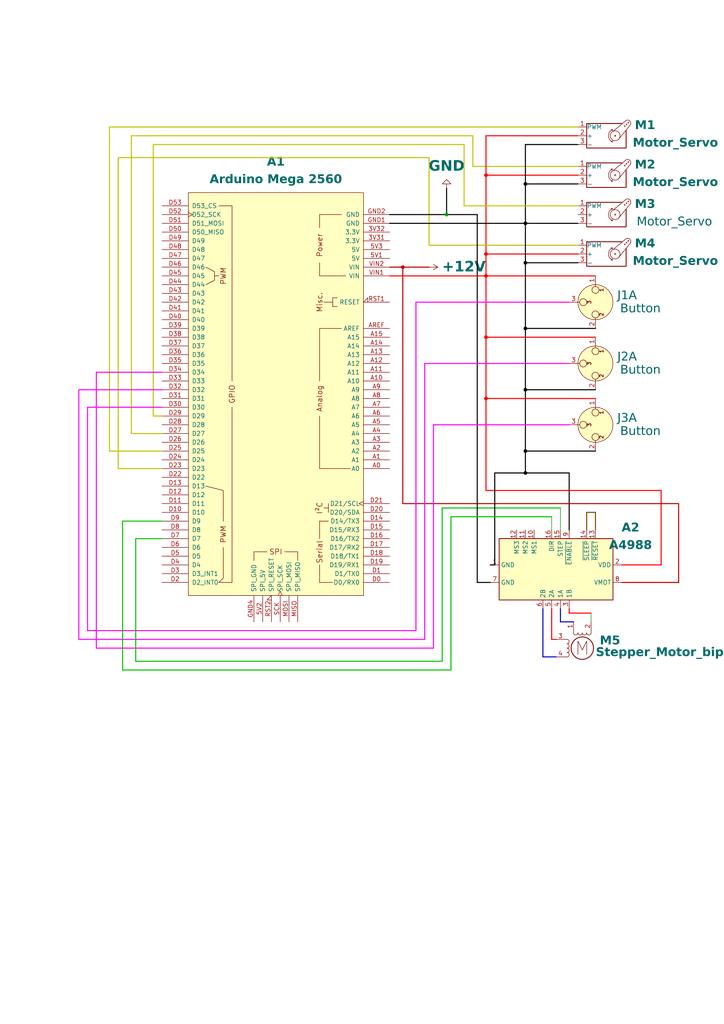
<source format=kicad_sch>
(kicad_sch (version 20230121) (generator eeschema)

  (uuid edf00b56-c676-4009-8040-9341a9508e8f)

  (paper "A4" portrait)

  (title_block
    (title "Принципиальная схема")
    (date "10.02.25")
    (company "Школа 444")
    (comment 2 "Команда MEMAKoin")
  )

  (lib_symbols
    (symbol "Connector_Audio:XLR3_Switched" (pin_names hide) (in_bom yes) (on_board yes)
      (property "Reference" "J" (at 0 8.89 0)
        (effects (font (size 1.27 1.27)))
      )
      (property "Value" "XLR3_Switched" (at 0 6.35 0)
        (effects (font (size 1.27 1.27)))
      )
      (property "Footprint" "" (at 0 2.54 0)
        (effects (font (size 1.27 1.27)) hide)
      )
      (property "Datasheet" " ~" (at 0 2.54 0)
        (effects (font (size 1.27 1.27)) hide)
      )
      (property "ki_keywords" "xlr connector" (at 0 0 0)
        (effects (font (size 1.27 1.27)) hide)
      )
      (property "ki_description" "XLR Connector, Male or Female, 3 Pins, SPDT Switch" (at 0 0 0)
        (effects (font (size 1.27 1.27)) hide)
      )
      (property "ki_fp_filters" "Jack*XLR*" (at 0 0 0)
        (effects (font (size 1.27 1.27)) hide)
      )
      (symbol "XLR3_Switched_1_1"
        (circle (center -3.556 0) (radius 1.016)
          (stroke (width 0) (type default))
          (fill (type none))
        )
        (circle (center 0 -3.556) (radius 1.016)
          (stroke (width 0) (type default))
          (fill (type none))
        )
        (polyline
          (pts
            (xy -5.08 0)
            (xy -4.572 0)
          )
          (stroke (width 0) (type default))
          (fill (type none))
        )
        (polyline
          (pts
            (xy 0 -5.08)
            (xy 0 -4.572)
          )
          (stroke (width 0) (type default))
          (fill (type none))
        )
        (polyline
          (pts
            (xy 5.08 0)
            (xy 4.572 0)
          )
          (stroke (width 0) (type default))
          (fill (type none))
        )
        (circle (center 0 0) (radius 5.08)
          (stroke (width 0) (type default))
          (fill (type background))
        )
        (circle (center 3.556 0) (radius 1.016)
          (stroke (width 0) (type default))
          (fill (type none))
        )
        (text "1" (at -3.556 1.778 0)
          (effects (font (size 1.016 1.016) bold))
        )
        (text "2" (at 3.556 1.778 0)
          (effects (font (size 1.016 1.016) bold))
        )
        (text "3" (at 0 -1.778 0)
          (effects (font (size 1.016 1.016) bold))
        )
        (pin passive line (at -7.62 0 0) (length 2.54)
          (name "~" (effects (font (size 1.27 1.27))))
          (number "1" (effects (font (size 1.27 1.27))))
        )
        (pin passive line (at 7.62 0 180) (length 2.54)
          (name "~" (effects (font (size 1.27 1.27))))
          (number "2" (effects (font (size 1.27 1.27))))
        )
        (pin passive line (at 0 -7.62 90) (length 2.54)
          (name "~" (effects (font (size 1.27 1.27))))
          (number "3" (effects (font (size 1.27 1.27))))
        )
      )
      (symbol "XLR3_Switched_2_1"
        (rectangle (start -3.81 4.445) (end 3.81 -5.08)
          (stroke (width 0.254) (type default))
          (fill (type background))
        )
        (circle (center -2.159 0) (radius 0.508)
          (stroke (width 0.254) (type default))
          (fill (type none))
        )
        (polyline
          (pts
            (xy -5.08 0)
            (xy -2.794 0)
          )
          (stroke (width 0) (type default))
          (fill (type none))
        )
        (polyline
          (pts
            (xy -1.651 0.127)
            (xy 2.54 1.905)
          )
          (stroke (width 0.254) (type default))
          (fill (type none))
        )
        (polyline
          (pts
            (xy 5.08 -2.54)
            (xy 2.794 -2.54)
          )
          (stroke (width 0) (type default))
          (fill (type none))
        )
        (polyline
          (pts
            (xy 5.08 2.54)
            (xy 2.794 2.54)
          )
          (stroke (width 0) (type default))
          (fill (type none))
        )
        (circle (center 2.159 -2.54) (radius 0.508)
          (stroke (width 0.254) (type default))
          (fill (type none))
        )
        (circle (center 2.159 2.54) (radius 0.508)
          (stroke (width 0.254) (type default))
          (fill (type none))
        )
        (pin passive line (at -7.62 0 0) (length 2.54)
          (name "~" (effects (font (size 1.27 1.27))))
          (number "N" (effects (font (size 1.27 1.27))))
        )
        (pin passive line (at 7.62 2.54 180) (length 2.54)
          (name "~" (effects (font (size 1.27 1.27))))
          (number "NC" (effects (font (size 1.27 1.27))))
        )
        (pin passive line (at 7.62 -2.54 180) (length 2.54)
          (name "~" (effects (font (size 1.27 1.27))))
          (number "NO" (effects (font (size 1.27 1.27))))
        )
      )
    )
    (symbol "Driver_Motor:Pololu_Breakout_A4988" (in_bom yes) (on_board yes)
      (property "Reference" "A2" (at -6.35 21.59 90)
        (effects (font (size 1.27 1.27)))
      )
      (property "Value" "A4988" (at -3.81 21.59 90)
        (effects (font (size 1.27 1.27)))
      )
      (property "Footprint" "Module:Pololu_Breakout-16_15.2x20.3mm" (at 6.985 -19.05 0)
        (effects (font (size 1.27 1.27)) (justify left) hide)
      )
      (property "Datasheet" "https://www.pololu.com/product/2980/pictures" (at 2.54 -7.62 0)
        (effects (font (size 1.27 1.27)) hide)
      )
      (property "ki_keywords" "Pololu Breakout Board Stepper Driver A4988" (at 0 0 0)
        (effects (font (size 1.27 1.27)) hide)
      )
      (property "ki_description" "Pololu Breakout Board, Stepper Driver A4988" (at 0 0 0)
        (effects (font (size 1.27 1.27)) hide)
      )
      (property "ki_fp_filters" "Pololu*Breakout*15.2x20.3mm*" (at 0 0 0)
        (effects (font (size 1.27 1.27)) hide)
      )
      (symbol "Pololu_Breakout_A4988_0_1"
        (rectangle (start 10.16 -17.78) (end -7.62 15.24)
          (stroke (width 0.254) (type default))
          (fill (type background))
        )
      )
      (symbol "Pololu_Breakout_A4988_1_1"
        (pin power_in line (at 0 -20.32 90) (length 2.54)
          (name "GND" (effects (font (size 1.27 1.27))))
          (number "1" (effects (font (size 1.27 1.27))))
        )
        (pin input line (at -10.16 -7.62 0) (length 2.54)
          (name "MS1" (effects (font (size 1.27 1.27))))
          (number "10" (effects (font (size 1.27 1.27))))
        )
        (pin input line (at -10.16 -10.16 0) (length 2.54)
          (name "MS2" (effects (font (size 1.27 1.27))))
          (number "11" (effects (font (size 1.27 1.27))))
        )
        (pin input line (at -10.16 -12.7 0) (length 2.54)
          (name "MS3" (effects (font (size 1.27 1.27))))
          (number "12" (effects (font (size 1.27 1.27))))
        )
        (pin input line (at -10.16 10.16 0) (length 2.54)
          (name "~{RESET}" (effects (font (size 1.27 1.27))))
          (number "13" (effects (font (size 1.27 1.27))))
        )
        (pin input line (at -10.16 7.62 0) (length 2.54)
          (name "~{SLEEP}" (effects (font (size 1.27 1.27))))
          (number "14" (effects (font (size 1.27 1.27))))
        )
        (pin input line (at -10.16 0 0) (length 2.54)
          (name "STEP" (effects (font (size 1.27 1.27))))
          (number "15" (effects (font (size 1.27 1.27))))
        )
        (pin input line (at -10.16 -2.54 0) (length 2.54)
          (name "DIR" (effects (font (size 1.27 1.27))))
          (number "16" (effects (font (size 1.27 1.27))))
        )
        (pin power_in line (at 0 17.78 270) (length 2.54)
          (name "VDD" (effects (font (size 1.27 1.27))))
          (number "2" (effects (font (size 1.27 1.27))))
        )
        (pin output line (at 12.7 2.54 180) (length 2.54)
          (name "1B" (effects (font (size 1.27 1.27))))
          (number "3" (effects (font (size 1.27 1.27))))
        )
        (pin output line (at 12.7 0 180) (length 2.54)
          (name "1A" (effects (font (size 1.27 1.27))))
          (number "4" (effects (font (size 1.27 1.27))))
        )
        (pin output line (at 12.7 -2.54 180) (length 2.54)
          (name "2A" (effects (font (size 1.27 1.27))))
          (number "5" (effects (font (size 1.27 1.27))))
        )
        (pin output line (at 12.7 -5.08 180) (length 2.54)
          (name "2B" (effects (font (size 1.27 1.27))))
          (number "6" (effects (font (size 1.27 1.27))))
        )
        (pin power_in line (at 5.08 -20.32 90) (length 2.54)
          (name "GND" (effects (font (size 1.27 1.27))))
          (number "7" (effects (font (size 1.27 1.27))))
        )
        (pin power_in line (at 5.08 17.78 270) (length 2.54)
          (name "VMOT" (effects (font (size 1.27 1.27))))
          (number "8" (effects (font (size 1.27 1.27))))
        )
        (pin input line (at -10.16 2.54 0) (length 2.54)
          (name "~{ENABLE}" (effects (font (size 1.27 1.27))))
          (number "9" (effects (font (size 1.27 1.27))))
        )
      )
    )
    (symbol "Motor:Motor_Servo" (pin_names (offset 0.0254)) (in_bom yes) (on_board yes)
      (property "Reference" "M" (at -5.08 4.445 0)
        (effects (font (size 1.27 1.27)) (justify left))
      )
      (property "Value" "Motor_Servo" (at -5.08 -4.064 0)
        (effects (font (size 1.27 1.27)) (justify left top))
      )
      (property "Footprint" "" (at 0 -4.826 0)
        (effects (font (size 1.27 1.27)) hide)
      )
      (property "Datasheet" "http://forums.parallax.com/uploads/attachments/46831/74481.png" (at 0 -4.826 0)
        (effects (font (size 1.27 1.27)) hide)
      )
      (property "ki_keywords" "Servo Motor" (at 0 0 0)
        (effects (font (size 1.27 1.27)) hide)
      )
      (property "ki_description" "Servo Motor (Futaba, HiTec, JR connector)" (at 0 0 0)
        (effects (font (size 1.27 1.27)) hide)
      )
      (property "ki_fp_filters" "PinHeader*P2.54mm*" (at 0 0 0)
        (effects (font (size 1.27 1.27)) hide)
      )
      (symbol "Motor_Servo_0_1"
        (polyline
          (pts
            (xy 2.413 -1.778)
            (xy 2.032 -1.778)
          )
          (stroke (width 0) (type default))
          (fill (type none))
        )
        (polyline
          (pts
            (xy 2.413 -1.778)
            (xy 2.286 -1.397)
          )
          (stroke (width 0) (type default))
          (fill (type none))
        )
        (polyline
          (pts
            (xy 2.413 1.778)
            (xy 1.905 1.778)
          )
          (stroke (width 0) (type default))
          (fill (type none))
        )
        (polyline
          (pts
            (xy 2.413 1.778)
            (xy 2.286 1.397)
          )
          (stroke (width 0) (type default))
          (fill (type none))
        )
        (polyline
          (pts
            (xy 6.35 4.445)
            (xy 2.54 1.27)
          )
          (stroke (width 0) (type default))
          (fill (type none))
        )
        (polyline
          (pts
            (xy 7.62 3.175)
            (xy 4.191 -1.016)
          )
          (stroke (width 0) (type default))
          (fill (type none))
        )
        (polyline
          (pts
            (xy 5.08 3.556)
            (xy -5.08 3.556)
            (xy -5.08 -3.556)
            (xy 6.35 -3.556)
            (xy 6.35 1.524)
          )
          (stroke (width 0.254) (type default))
          (fill (type none))
        )
        (arc (start 2.413 1.778) (mid 1.2406 0) (end 2.413 -1.778)
          (stroke (width 0) (type default))
          (fill (type none))
        )
        (circle (center 3.175 0) (radius 0.1778)
          (stroke (width 0) (type default))
          (fill (type none))
        )
        (circle (center 3.175 0) (radius 1.4224)
          (stroke (width 0) (type default))
          (fill (type none))
        )
        (circle (center 5.969 2.794) (radius 0.127)
          (stroke (width 0) (type default))
          (fill (type none))
        )
        (circle (center 6.477 3.302) (radius 0.127)
          (stroke (width 0) (type default))
          (fill (type none))
        )
        (circle (center 6.985 3.81) (radius 0.127)
          (stroke (width 0) (type default))
          (fill (type none))
        )
        (arc (start 7.62 3.175) (mid 7.4485 4.2735) (end 6.35 4.445)
          (stroke (width 0) (type default))
          (fill (type none))
        )
      )
      (symbol "Motor_Servo_1_1"
        (pin passive line (at -7.62 2.54 0) (length 2.54)
          (name "PWM" (effects (font (size 1.27 1.27))))
          (number "1" (effects (font (size 1.27 1.27))))
        )
        (pin passive line (at -7.62 0 0) (length 2.54)
          (name "+" (effects (font (size 1.27 1.27))))
          (number "2" (effects (font (size 1.27 1.27))))
        )
        (pin passive line (at -7.62 -2.54 0) (length 2.54)
          (name "-" (effects (font (size 1.27 1.27))))
          (number "3" (effects (font (size 1.27 1.27))))
        )
      )
    )
    (symbol "Motor:Stepper_Motor_bipolar" (pin_names (offset 0) hide) (in_bom yes) (on_board yes)
      (property "Reference" "M" (at 3.81 2.54 0)
        (effects (font (size 1.27 1.27)) (justify left))
      )
      (property "Value" "Stepper_Motor_bipolar" (at 3.81 1.27 0)
        (effects (font (size 1.27 1.27)) (justify left top))
      )
      (property "Footprint" "" (at 0.254 -0.254 0)
        (effects (font (size 1.27 1.27)) hide)
      )
      (property "Datasheet" "http://www.infineon.com/dgdl/Application-Note-TLE8110EE_driving_UniPolarStepperMotor_V1.1.pdf?fileId=db3a30431be39b97011be5d0aa0a00b0" (at 0.254 -0.254 0)
        (effects (font (size 1.27 1.27)) hide)
      )
      (property "ki_keywords" "bipolar stepper motor" (at 0 0 0)
        (effects (font (size 1.27 1.27)) hide)
      )
      (property "ki_description" "4-wire bipolar stepper motor" (at 0 0 0)
        (effects (font (size 1.27 1.27)) hide)
      )
      (property "ki_fp_filters" "PinHeader*P2.54mm*Vertical* TerminalBlock* Motor*" (at 0 0 0)
        (effects (font (size 1.27 1.27)) hide)
      )
      (symbol "Stepper_Motor_bipolar_0_0"
        (polyline
          (pts
            (xy -1.27 -1.778)
            (xy -1.27 2.032)
            (xy 0 -0.508)
            (xy 1.27 2.032)
            (xy 1.27 -1.778)
          )
          (stroke (width 0) (type default))
          (fill (type none))
        )
      )
      (symbol "Stepper_Motor_bipolar_0_1"
        (arc (start -4.445 -2.54) (mid -3.8127 -1.905) (end -4.445 -1.27)
          (stroke (width 0) (type default))
          (fill (type none))
        )
        (arc (start -4.445 -1.27) (mid -3.8127 -0.635) (end -4.445 0)
          (stroke (width 0) (type default))
          (fill (type none))
        )
        (arc (start -4.445 0) (mid -3.8127 0.635) (end -4.445 1.27)
          (stroke (width 0) (type default))
          (fill (type none))
        )
        (arc (start -4.445 1.27) (mid -3.8127 1.905) (end -4.445 2.54)
          (stroke (width 0) (type default))
          (fill (type none))
        )
        (arc (start -2.54 4.445) (mid -1.905 3.8127) (end -1.27 4.445)
          (stroke (width 0) (type default))
          (fill (type none))
        )
        (arc (start -1.27 4.445) (mid -0.635 3.8127) (end 0 4.445)
          (stroke (width 0) (type default))
          (fill (type none))
        )
        (polyline
          (pts
            (xy -5.08 -2.54)
            (xy -4.445 -2.54)
          )
          (stroke (width 0) (type default))
          (fill (type none))
        )
        (polyline
          (pts
            (xy -5.08 2.54)
            (xy -4.445 2.54)
          )
          (stroke (width 0) (type default))
          (fill (type none))
        )
        (polyline
          (pts
            (xy -2.54 5.08)
            (xy -2.54 4.445)
          )
          (stroke (width 0) (type default))
          (fill (type none))
        )
        (polyline
          (pts
            (xy 2.54 5.08)
            (xy 2.54 4.445)
          )
          (stroke (width 0) (type default))
          (fill (type none))
        )
        (circle (center 0 0) (radius 3.2512)
          (stroke (width 0.254) (type default))
          (fill (type none))
        )
        (arc (start 0 4.445) (mid 0.635 3.8127) (end 1.27 4.445)
          (stroke (width 0) (type default))
          (fill (type none))
        )
        (arc (start 1.27 4.445) (mid 1.905 3.8127) (end 2.54 4.445)
          (stroke (width 0) (type default))
          (fill (type none))
        )
      )
      (symbol "Stepper_Motor_bipolar_1_1"
        (pin passive line (at -2.54 7.62 270) (length 2.54)
          (name "~" (effects (font (size 1.27 1.27))))
          (number "1" (effects (font (size 1.27 1.27))))
        )
        (pin passive line (at 2.54 7.62 270) (length 2.54)
          (name "-" (effects (font (size 1.27 1.27))))
          (number "2" (effects (font (size 1.27 1.27))))
        )
        (pin passive line (at -7.62 2.54 0) (length 2.54)
          (name "~" (effects (font (size 1.27 1.27))))
          (number "3" (effects (font (size 1.27 1.27))))
        )
        (pin passive line (at -7.62 -2.54 0) (length 2.54)
          (name "~" (effects (font (size 1.27 1.27))))
          (number "4" (effects (font (size 1.27 1.27))))
        )
      )
    )
    (symbol "arduino-library:Clone_Mega2560_Pro_Socket" (pin_names (offset 1.016)) (in_bom yes) (on_board yes)
      (property "Reference" "A" (at 0 -62.23 0)
        (effects (font (size 1.524 1.524)))
      )
      (property "Value" "Clone_Mega2560_Pro_Socket" (at 0 -66.04 0)
        (effects (font (size 1.524 1.524)))
      )
      (property "Footprint" "PCM_arduino-library:Clone_Mega2560_Pro_Socket" (at 0 -73.66 0)
        (effects (font (size 1.524 1.524)) hide)
      )
      (property "Datasheet" "https://www.pcboard.ca/mega-2560-pro" (at 0 -69.85 0)
        (effects (font (size 1.524 1.524)) hide)
      )
      (property "ki_keywords" "Clone MPU Shield" (at 0 0 0)
        (effects (font (size 1.27 1.27)) hide)
      )
      (property "ki_description" "Socket for Common Unofficial Mega2560 Pro Clone" (at 0 0 0)
        (effects (font (size 1.27 1.27)) hide)
      )
      (property "ki_fp_filters" "Clone_Mega2560_Pro_Shield" (at 0 0 0)
        (effects (font (size 1.27 1.27)) hide)
      )
      (symbol "Clone_Mega2560_Pro_Socket_0_0"
        (rectangle (start -25.4 -58.42) (end 25.4 58.42)
          (stroke (width 0) (type default))
          (fill (type background))
        )
        (rectangle (start -20.32 -34.29) (end -12.7 -34.29)
          (stroke (width 0) (type default))
          (fill (type none))
        )
        (rectangle (start -19.05 -52.07) (end -12.7 -52.07)
          (stroke (width 0) (type default))
          (fill (type none))
        )
        (rectangle (start -19.05 -19.05) (end -12.7 -19.05)
          (stroke (width 0) (type default))
          (fill (type none))
        )
        (rectangle (start -17.78 -27.94) (end -16.51 -27.94)
          (stroke (width 0) (type default))
          (fill (type none))
        )
        (rectangle (start -17.78 -25.4) (end -16.51 -25.4)
          (stroke (width 0) (type default))
          (fill (type none))
        )
        (rectangle (start -16.51 -26.67) (end -13.97 -26.67)
          (stroke (width 0) (type default))
          (fill (type none))
        )
        (rectangle (start -16.51 -25.4) (end -16.51 -27.94)
          (stroke (width 0) (type default))
          (fill (type none))
        )
        (rectangle (start -16.51 54.61) (end -12.7 54.61)
          (stroke (width 0) (type default))
          (fill (type none))
        )
        (rectangle (start -15.24 33.02) (end -13.97 33.02)
          (stroke (width 0) (type default))
          (fill (type none))
        )
        (rectangle (start -15.24 34.29) (end -15.24 31.75)
          (stroke (width 0) (type default))
          (fill (type none))
        )
        (rectangle (start -15.24 36.83) (end -12.7 36.83)
          (stroke (width 0) (type default))
          (fill (type none))
        )
        (rectangle (start -12.7 -48.26) (end -12.7 -52.07)
          (stroke (width 0) (type default))
          (fill (type none))
        )
        (rectangle (start -12.7 -34.29) (end -12.7 -38.1)
          (stroke (width 0) (type default))
          (fill (type none))
        )
        (rectangle (start -12.7 41.91) (end -12.7 36.83)
          (stroke (width 0) (type default))
          (fill (type none))
        )
        (rectangle (start -12.7 49.53) (end -12.7 54.61)
          (stroke (width 0) (type default))
          (fill (type none))
        )
        (rectangle (start -6.35 48.26) (end -6.35 45.72)
          (stroke (width 0) (type default))
          (fill (type none))
        )
        (rectangle (start -2.54 45.72) (end -6.35 45.72)
          (stroke (width 0) (type default))
          (fill (type none))
        )
        (polyline
          (pts
            (xy -21.59 21.59)
            (xy -12.7 21.59)
          )
          (stroke (width 0) (type default))
          (fill (type none))
        )
        (polyline
          (pts
            (xy -12.7 -19.05)
            (xy -12.7 -3.81)
          )
          (stroke (width 0) (type default))
          (fill (type none))
        )
        (polyline
          (pts
            (xy -12.7 6.35)
            (xy -12.7 21.59)
          )
          (stroke (width 0) (type default))
          (fill (type none))
        )
        (polyline
          (pts
            (xy 12.7 -54.61)
            (xy 16.51 -54.61)
          )
          (stroke (width 0) (type default))
          (fill (type none))
        )
        (polyline
          (pts
            (xy 12.7 54.61)
            (xy 16.51 54.61)
          )
          (stroke (width 0) (type default))
          (fill (type none))
        )
        (polyline
          (pts
            (xy 17.78 -34.29)
            (xy 16.51 -34.29)
          )
          (stroke (width 0) (type default))
          (fill (type none))
        )
        (polyline
          (pts
            (xy 15.24 36.83)
            (xy 15.24 27.94)
            (xy 20.32 26.67)
          )
          (stroke (width 0) (type default))
          (fill (type none))
        )
        (polyline
          (pts
            (xy 15.24 44.45)
            (xy 15.24 53.34)
            (xy 16.51 54.61)
          )
          (stroke (width 0) (type default))
          (fill (type none))
        )
        (polyline
          (pts
            (xy 20.32 -31.75)
            (xy 17.78 -33.02)
            (xy 17.78 -35.56)
            (xy 20.32 -36.83)
          )
          (stroke (width 0) (type default))
          (fill (type none))
        )
        (rectangle (start 6.35 45.72) (end 2.54 45.72)
          (stroke (width 0) (type default))
          (fill (type none))
        )
        (rectangle (start 6.35 48.26) (end 6.35 45.72)
          (stroke (width 0) (type default))
          (fill (type none))
        )
        (text "Analog" (at -12.7 1.27 900)
          (effects (font (size 1.524 1.524)))
        )
        (text "I²C" (at -12.7 33.02 900)
          (effects (font (size 1.524 1.524)))
        )
        (text "Misc." (at -12.7 -26.67 900)
          (effects (font (size 1.524 1.524)))
        )
        (text "Power" (at -12.7 -43.18 900)
          (effects (font (size 1.524 1.524)))
        )
        (text "PWM" (at 15.24 -34.29 900)
          (effects (font (size 1.524 1.524)))
        )
        (text "PWM" (at 15.24 40.64 900)
          (effects (font (size 1.524 1.524)))
        )
        (text "Serial" (at -12.7 45.72 900)
          (effects (font (size 1.524 1.524)))
        )
        (text "SPI" (at 0 45.72 0)
          (effects (font (size 1.524 1.524)))
        )
      )
      (symbol "Clone_Mega2560_Pro_Socket_1_0"
        (rectangle (start 12.7 -54.61) (end 12.7 -3.81)
          (stroke (width 0) (type default))
          (fill (type none))
        )
        (rectangle (start 12.7 54.61) (end 12.7 3.81)
          (stroke (width 0) (type default))
          (fill (type none))
        )
        (text "GPIO" (at 12.7 0 900)
          (effects (font (size 1.524 1.524)))
        )
      )
      (symbol "Clone_Mega2560_Pro_Socket_1_1"
        (pin power_out line (at -33.02 -44.45 0) (length 7.62)
          (name "3.3V" (effects (font (size 1.27 1.27))))
          (number "3V31" (effects (font (size 1.27 1.27))))
        )
        (pin power_out line (at -33.02 -46.99 0) (length 7.62)
          (name "3.3V" (effects (font (size 1.27 1.27))))
          (number "3V32" (effects (font (size 1.27 1.27))))
        )
        (pin power_in line (at -33.02 -39.37 0) (length 7.62)
          (name "5V" (effects (font (size 1.27 1.27))))
          (number "5V1" (effects (font (size 1.27 1.27))))
        )
        (pin power_in line (at 3.81 66.04 270) (length 7.62)
          (name "SPI_5V" (effects (font (size 1.27 1.27))))
          (number "5V2" (effects (font (size 1.27 1.27))))
        )
        (pin power_in line (at -33.02 -41.91 0) (length 7.62)
          (name "5V" (effects (font (size 1.27 1.27))))
          (number "5V3" (effects (font (size 1.27 1.27))))
        )
        (pin bidirectional line (at -33.02 21.59 0) (length 7.62)
          (name "A0" (effects (font (size 1.27 1.27))))
          (number "A0" (effects (font (size 1.27 1.27))))
        )
        (pin bidirectional line (at -33.02 19.05 0) (length 7.62)
          (name "A1" (effects (font (size 1.27 1.27))))
          (number "A1" (effects (font (size 1.27 1.27))))
        )
        (pin bidirectional line (at -33.02 -3.81 0) (length 7.62)
          (name "A10" (effects (font (size 1.27 1.27))))
          (number "A10" (effects (font (size 1.27 1.27))))
        )
        (pin bidirectional line (at -33.02 -6.35 0) (length 7.62)
          (name "A11" (effects (font (size 1.27 1.27))))
          (number "A11" (effects (font (size 1.27 1.27))))
        )
        (pin bidirectional line (at -33.02 -8.89 0) (length 7.62)
          (name "A12" (effects (font (size 1.27 1.27))))
          (number "A12" (effects (font (size 1.27 1.27))))
        )
        (pin bidirectional line (at -33.02 -11.43 0) (length 7.62)
          (name "A13" (effects (font (size 1.27 1.27))))
          (number "A13" (effects (font (size 1.27 1.27))))
        )
        (pin bidirectional line (at -33.02 -13.97 0) (length 7.62)
          (name "A14" (effects (font (size 1.27 1.27))))
          (number "A14" (effects (font (size 1.27 1.27))))
        )
        (pin bidirectional line (at -33.02 -16.51 0) (length 7.62)
          (name "A15" (effects (font (size 1.27 1.27))))
          (number "A15" (effects (font (size 1.27 1.27))))
        )
        (pin bidirectional line (at -33.02 16.51 0) (length 7.62)
          (name "A2" (effects (font (size 1.27 1.27))))
          (number "A2" (effects (font (size 1.27 1.27))))
        )
        (pin bidirectional line (at -33.02 13.97 0) (length 7.62)
          (name "A3" (effects (font (size 1.27 1.27))))
          (number "A3" (effects (font (size 1.27 1.27))))
        )
        (pin bidirectional line (at -33.02 11.43 0) (length 7.62)
          (name "A4" (effects (font (size 1.27 1.27))))
          (number "A4" (effects (font (size 1.27 1.27))))
        )
        (pin bidirectional line (at -33.02 8.89 0) (length 7.62)
          (name "A5" (effects (font (size 1.27 1.27))))
          (number "A5" (effects (font (size 1.27 1.27))))
        )
        (pin bidirectional line (at -33.02 6.35 0) (length 7.62)
          (name "A6" (effects (font (size 1.27 1.27))))
          (number "A6" (effects (font (size 1.27 1.27))))
        )
        (pin bidirectional line (at -33.02 3.81 0) (length 7.62)
          (name "A7" (effects (font (size 1.27 1.27))))
          (number "A7" (effects (font (size 1.27 1.27))))
        )
        (pin bidirectional line (at -33.02 1.27 0) (length 7.62)
          (name "A8" (effects (font (size 1.27 1.27))))
          (number "A8" (effects (font (size 1.27 1.27))))
        )
        (pin bidirectional line (at -33.02 -1.27 0) (length 7.62)
          (name "A9" (effects (font (size 1.27 1.27))))
          (number "A9" (effects (font (size 1.27 1.27))))
        )
        (pin input line (at -33.02 -19.05 0) (length 7.62)
          (name "AREF" (effects (font (size 1.27 1.27))))
          (number "AREF" (effects (font (size 1.27 1.27))))
        )
        (pin bidirectional line (at -33.02 54.61 0) (length 7.62)
          (name "D0/RX0" (effects (font (size 1.27 1.27))))
          (number "D0" (effects (font (size 1.27 1.27))))
        )
        (pin bidirectional line (at -33.02 52.07 0) (length 7.62)
          (name "D1/TX0" (effects (font (size 1.27 1.27))))
          (number "D1" (effects (font (size 1.27 1.27))))
        )
        (pin bidirectional line (at 33.02 34.29 180) (length 7.62)
          (name "D10" (effects (font (size 1.27 1.27))))
          (number "D10" (effects (font (size 1.27 1.27))))
        )
        (pin bidirectional line (at 33.02 31.75 180) (length 7.62)
          (name "D11" (effects (font (size 1.27 1.27))))
          (number "D11" (effects (font (size 1.27 1.27))))
        )
        (pin bidirectional line (at 33.02 29.21 180) (length 7.62)
          (name "D12" (effects (font (size 1.27 1.27))))
          (number "D12" (effects (font (size 1.27 1.27))))
        )
        (pin bidirectional line (at 33.02 26.67 180) (length 7.62)
          (name "D13" (effects (font (size 1.27 1.27))))
          (number "D13" (effects (font (size 1.27 1.27))))
        )
        (pin bidirectional line (at -33.02 36.83 0) (length 7.62)
          (name "D14/TX3" (effects (font (size 1.27 1.27))))
          (number "D14" (effects (font (size 1.27 1.27))))
        )
        (pin bidirectional line (at -33.02 39.37 0) (length 7.62)
          (name "D15/RX3" (effects (font (size 1.27 1.27))))
          (number "D15" (effects (font (size 1.27 1.27))))
        )
        (pin bidirectional line (at -33.02 41.91 0) (length 7.62)
          (name "D16/TX2" (effects (font (size 1.27 1.27))))
          (number "D16" (effects (font (size 1.27 1.27))))
        )
        (pin bidirectional line (at -33.02 44.45 0) (length 7.62)
          (name "D17/RX2" (effects (font (size 1.27 1.27))))
          (number "D17" (effects (font (size 1.27 1.27))))
        )
        (pin bidirectional line (at -33.02 46.99 0) (length 7.62)
          (name "D18/TX1" (effects (font (size 1.27 1.27))))
          (number "D18" (effects (font (size 1.27 1.27))))
        )
        (pin bidirectional line (at -33.02 49.53 0) (length 7.62)
          (name "D19/RX1" (effects (font (size 1.27 1.27))))
          (number "D19" (effects (font (size 1.27 1.27))))
        )
        (pin bidirectional line (at 33.02 54.61 180) (length 7.62)
          (name "D2_INT0" (effects (font (size 1.27 1.27))))
          (number "D2" (effects (font (size 1.27 1.27))))
        )
        (pin bidirectional line (at -33.02 34.29 0) (length 7.62)
          (name "D20/SDA" (effects (font (size 1.27 1.27))))
          (number "D20" (effects (font (size 1.27 1.27))))
        )
        (pin bidirectional clock (at -33.02 31.75 0) (length 7.62)
          (name "D21/SCL" (effects (font (size 1.27 1.27))))
          (number "D21" (effects (font (size 1.27 1.27))))
        )
        (pin bidirectional line (at 33.02 24.13 180) (length 7.62)
          (name "D22" (effects (font (size 1.27 1.27))))
          (number "D22" (effects (font (size 1.27 1.27))))
        )
        (pin bidirectional line (at 33.02 21.59 180) (length 7.62)
          (name "D23" (effects (font (size 1.27 1.27))))
          (number "D23" (effects (font (size 1.27 1.27))))
        )
        (pin bidirectional line (at 33.02 19.05 180) (length 7.62)
          (name "D24" (effects (font (size 1.27 1.27))))
          (number "D24" (effects (font (size 1.27 1.27))))
        )
        (pin bidirectional line (at 33.02 16.51 180) (length 7.62)
          (name "D25" (effects (font (size 1.27 1.27))))
          (number "D25" (effects (font (size 1.27 1.27))))
        )
        (pin bidirectional line (at 33.02 13.97 180) (length 7.62)
          (name "D26" (effects (font (size 1.27 1.27))))
          (number "D26" (effects (font (size 1.27 1.27))))
        )
        (pin bidirectional line (at 33.02 11.43 180) (length 7.62)
          (name "D27" (effects (font (size 1.27 1.27))))
          (number "D27" (effects (font (size 1.27 1.27))))
        )
        (pin bidirectional line (at 33.02 8.89 180) (length 7.62)
          (name "D28" (effects (font (size 1.27 1.27))))
          (number "D28" (effects (font (size 1.27 1.27))))
        )
        (pin bidirectional line (at 33.02 6.35 180) (length 7.62)
          (name "D29" (effects (font (size 1.27 1.27))))
          (number "D29" (effects (font (size 1.27 1.27))))
        )
        (pin bidirectional line (at 33.02 52.07 180) (length 7.62)
          (name "D3_INT1" (effects (font (size 1.27 1.27))))
          (number "D3" (effects (font (size 1.27 1.27))))
        )
        (pin bidirectional line (at 33.02 3.81 180) (length 7.62)
          (name "D30" (effects (font (size 1.27 1.27))))
          (number "D30" (effects (font (size 1.27 1.27))))
        )
        (pin bidirectional line (at 33.02 1.27 180) (length 7.62)
          (name "D31" (effects (font (size 1.27 1.27))))
          (number "D31" (effects (font (size 1.27 1.27))))
        )
        (pin bidirectional line (at 33.02 -1.27 180) (length 7.62)
          (name "D32" (effects (font (size 1.27 1.27))))
          (number "D32" (effects (font (size 1.27 1.27))))
        )
        (pin bidirectional line (at 33.02 -3.81 180) (length 7.62)
          (name "D33" (effects (font (size 1.27 1.27))))
          (number "D33" (effects (font (size 1.27 1.27))))
        )
        (pin bidirectional line (at 33.02 -6.35 180) (length 7.62)
          (name "D34" (effects (font (size 1.27 1.27))))
          (number "D34" (effects (font (size 1.27 1.27))))
        )
        (pin bidirectional line (at 33.02 -8.89 180) (length 7.62)
          (name "D35" (effects (font (size 1.27 1.27))))
          (number "D35" (effects (font (size 1.27 1.27))))
        )
        (pin bidirectional line (at 33.02 -11.43 180) (length 7.62)
          (name "D36" (effects (font (size 1.27 1.27))))
          (number "D36" (effects (font (size 1.27 1.27))))
        )
        (pin bidirectional line (at 33.02 -13.97 180) (length 7.62)
          (name "D37" (effects (font (size 1.27 1.27))))
          (number "D37" (effects (font (size 1.27 1.27))))
        )
        (pin bidirectional line (at 33.02 -16.51 180) (length 7.62)
          (name "D38" (effects (font (size 1.27 1.27))))
          (number "D38" (effects (font (size 1.27 1.27))))
        )
        (pin bidirectional line (at 33.02 -19.05 180) (length 7.62)
          (name "D39" (effects (font (size 1.27 1.27))))
          (number "D39" (effects (font (size 1.27 1.27))))
        )
        (pin bidirectional line (at 33.02 49.53 180) (length 7.62)
          (name "D4" (effects (font (size 1.27 1.27))))
          (number "D4" (effects (font (size 1.27 1.27))))
        )
        (pin bidirectional line (at 33.02 -21.59 180) (length 7.62)
          (name "D40" (effects (font (size 1.27 1.27))))
          (number "D40" (effects (font (size 1.27 1.27))))
        )
        (pin bidirectional line (at 33.02 -24.13 180) (length 7.62)
          (name "D41" (effects (font (size 1.27 1.27))))
          (number "D41" (effects (font (size 1.27 1.27))))
        )
        (pin bidirectional line (at 33.02 -26.67 180) (length 7.62)
          (name "D42" (effects (font (size 1.27 1.27))))
          (number "D42" (effects (font (size 1.27 1.27))))
        )
        (pin bidirectional line (at 33.02 -29.21 180) (length 7.62)
          (name "D43" (effects (font (size 1.27 1.27))))
          (number "D43" (effects (font (size 1.27 1.27))))
        )
        (pin bidirectional line (at 33.02 -31.75 180) (length 7.62)
          (name "D44" (effects (font (size 1.27 1.27))))
          (number "D44" (effects (font (size 1.27 1.27))))
        )
        (pin bidirectional line (at 33.02 -34.29 180) (length 7.62)
          (name "D45" (effects (font (size 1.27 1.27))))
          (number "D45" (effects (font (size 1.27 1.27))))
        )
        (pin bidirectional line (at 33.02 -36.83 180) (length 7.62)
          (name "D46" (effects (font (size 1.27 1.27))))
          (number "D46" (effects (font (size 1.27 1.27))))
        )
        (pin bidirectional line (at 33.02 -39.37 180) (length 7.62)
          (name "D47" (effects (font (size 1.27 1.27))))
          (number "D47" (effects (font (size 1.27 1.27))))
        )
        (pin bidirectional line (at 33.02 -41.91 180) (length 7.62)
          (name "D48" (effects (font (size 1.27 1.27))))
          (number "D48" (effects (font (size 1.27 1.27))))
        )
        (pin bidirectional line (at 33.02 -44.45 180) (length 7.62)
          (name "D49" (effects (font (size 1.27 1.27))))
          (number "D49" (effects (font (size 1.27 1.27))))
        )
        (pin bidirectional line (at 33.02 46.99 180) (length 7.62)
          (name "D5" (effects (font (size 1.27 1.27))))
          (number "D5" (effects (font (size 1.27 1.27))))
        )
        (pin bidirectional line (at 33.02 -46.99 180) (length 7.62)
          (name "D50_MISO" (effects (font (size 1.27 1.27))))
          (number "D50" (effects (font (size 1.27 1.27))))
        )
        (pin bidirectional line (at 33.02 -49.53 180) (length 7.62)
          (name "D51_MOSI" (effects (font (size 1.27 1.27))))
          (number "D51" (effects (font (size 1.27 1.27))))
        )
        (pin bidirectional clock (at 33.02 -52.07 180) (length 7.62)
          (name "D52_SCK" (effects (font (size 1.27 1.27))))
          (number "D52" (effects (font (size 1.27 1.27))))
        )
        (pin bidirectional line (at 33.02 -54.61 180) (length 7.62)
          (name "D53_CS" (effects (font (size 1.27 1.27))))
          (number "D53" (effects (font (size 1.27 1.27))))
        )
        (pin bidirectional line (at 33.02 44.45 180) (length 7.62)
          (name "D6" (effects (font (size 1.27 1.27))))
          (number "D6" (effects (font (size 1.27 1.27))))
        )
        (pin bidirectional line (at 33.02 41.91 180) (length 7.62)
          (name "D7" (effects (font (size 1.27 1.27))))
          (number "D7" (effects (font (size 1.27 1.27))))
        )
        (pin bidirectional line (at 33.02 39.37 180) (length 7.62)
          (name "D8" (effects (font (size 1.27 1.27))))
          (number "D8" (effects (font (size 1.27 1.27))))
        )
        (pin bidirectional line (at 33.02 36.83 180) (length 7.62)
          (name "D9" (effects (font (size 1.27 1.27))))
          (number "D9" (effects (font (size 1.27 1.27))))
        )
        (pin power_in line (at -33.02 -49.53 0) (length 7.62)
          (name "GND" (effects (font (size 1.27 1.27))))
          (number "GND1" (effects (font (size 1.27 1.27))))
        )
        (pin power_in line (at -33.02 -52.07 0) (length 7.62)
          (name "GND" (effects (font (size 1.27 1.27))))
          (number "GND2" (effects (font (size 1.27 1.27))))
        )
        (pin power_in line (at 6.35 66.04 270) (length 7.62)
          (name "SPI_GND" (effects (font (size 1.27 1.27))))
          (number "GND4" (effects (font (size 1.27 1.27))))
        )
        (pin input line (at -6.35 66.04 270) (length 7.62)
          (name "SPI_MISO" (effects (font (size 1.27 1.27))))
          (number "MISO" (effects (font (size 1.27 1.27))))
        )
        (pin output line (at -3.81 66.04 270) (length 7.62)
          (name "SPI_MOSI" (effects (font (size 1.27 1.27))))
          (number "MOSI" (effects (font (size 1.27 1.27))))
        )
        (pin open_collector input_low (at -33.02 -26.67 0) (length 7.62)
          (name "RESET" (effects (font (size 1.27 1.27))))
          (number "RST1" (effects (font (size 1.27 1.27))))
        )
        (pin open_collector input_low (at 1.27 66.04 270) (length 7.62)
          (name "SPI_RESET" (effects (font (size 1.27 1.27))))
          (number "RST2" (effects (font (size 1.27 1.27))))
        )
        (pin output clock (at -1.27 66.04 270) (length 7.62)
          (name "SPI_SCK" (effects (font (size 1.27 1.27))))
          (number "SCK" (effects (font (size 1.27 1.27))))
        )
        (pin power_in line (at -33.02 -34.29 0) (length 7.62)
          (name "VIN" (effects (font (size 1.27 1.27))))
          (number "VIN1" (effects (font (size 1.27 1.27))))
        )
        (pin power_in line (at -33.02 -36.83 0) (length 7.62)
          (name "VIN" (effects (font (size 1.27 1.27))))
          (number "VIN2" (effects (font (size 1.27 1.27))))
        )
      )
    )
    (symbol "power:+12V" (power) (pin_names (offset 0)) (in_bom yes) (on_board yes)
      (property "Reference" "#PWR" (at 0 -3.81 0)
        (effects (font (size 1.27 1.27)) hide)
      )
      (property "Value" "+12V" (at 0 3.556 0)
        (effects (font (size 1.27 1.27)))
      )
      (property "Footprint" "" (at 0 0 0)
        (effects (font (size 1.27 1.27)) hide)
      )
      (property "Datasheet" "" (at 0 0 0)
        (effects (font (size 1.27 1.27)) hide)
      )
      (property "ki_keywords" "global power" (at 0 0 0)
        (effects (font (size 1.27 1.27)) hide)
      )
      (property "ki_description" "Power symbol creates a global label with name \"+12V\"" (at 0 0 0)
        (effects (font (size 1.27 1.27)) hide)
      )
      (symbol "+12V_0_1"
        (polyline
          (pts
            (xy -0.762 1.27)
            (xy 0 2.54)
          )
          (stroke (width 0) (type default))
          (fill (type none))
        )
        (polyline
          (pts
            (xy 0 0)
            (xy 0 2.54)
          )
          (stroke (width 0) (type default))
          (fill (type none))
        )
        (polyline
          (pts
            (xy 0 2.54)
            (xy 0.762 1.27)
          )
          (stroke (width 0) (type default))
          (fill (type none))
        )
      )
      (symbol "+12V_1_1"
        (pin power_in line (at 0 0 90) (length 0) hide
          (name "+12V" (effects (font (size 1.27 1.27))))
          (number "1" (effects (font (size 1.27 1.27))))
        )
      )
    )
    (symbol "power:GND" (power) (pin_names (offset 0)) (in_bom yes) (on_board yes)
      (property "Reference" "#PWR" (at 0 -6.35 0)
        (effects (font (size 1.27 1.27)) hide)
      )
      (property "Value" "GND" (at 0 -3.81 0)
        (effects (font (size 1.27 1.27)))
      )
      (property "Footprint" "" (at 0 0 0)
        (effects (font (size 1.27 1.27)) hide)
      )
      (property "Datasheet" "" (at 0 0 0)
        (effects (font (size 1.27 1.27)) hide)
      )
      (property "ki_keywords" "global power" (at 0 0 0)
        (effects (font (size 1.27 1.27)) hide)
      )
      (property "ki_description" "Power symbol creates a global label with name \"GND\" , ground" (at 0 0 0)
        (effects (font (size 1.27 1.27)) hide)
      )
      (symbol "GND_0_1"
        (polyline
          (pts
            (xy 0 0)
            (xy 0 -1.27)
            (xy 1.27 -1.27)
            (xy 0 -2.54)
            (xy -1.27 -1.27)
            (xy 0 -1.27)
          )
          (stroke (width 0) (type default))
          (fill (type none))
        )
      )
      (symbol "GND_1_1"
        (pin power_in line (at 0 0 270) (length 0) hide
          (name "GND" (effects (font (size 1.27 1.27))))
          (number "1" (effects (font (size 1.27 1.27))))
        )
      )
    )
  )

  (junction (at 140.97 97.79) (diameter 0) (color 255 0 0 1)
    (uuid 1e203ce4-b7f4-4e27-8aab-eb2c10307734)
  )
  (junction (at 152.4 137.16) (diameter 0) (color 0 0 0 1)
    (uuid 2b65c814-6b33-4c46-bd6d-197020b94264)
  )
  (junction (at 140.97 80.01) (diameter 0) (color 255 0 0 1)
    (uuid 374a45f3-1352-4942-8e46-301ccfd8d602)
  )
  (junction (at 152.4 64.77) (diameter 0) (color 0 0 0 1)
    (uuid 55b60cfe-735d-4cbc-889f-1bd423c2285e)
  )
  (junction (at 140.97 115.57) (diameter 0) (color 255 0 0 1)
    (uuid 74c6a429-056c-451d-a810-c2a8f494e5f9)
  )
  (junction (at 140.97 73.66) (diameter 0) (color 255 0 0 1)
    (uuid ac6b24a1-d059-4663-b62e-1c033c2e35e4)
  )
  (junction (at 140.97 50.8) (diameter 0) (color 255 0 0 1)
    (uuid b07ddfec-42cc-4d57-aa3e-3c9aaf428ccb)
  )
  (junction (at 152.4 113.03) (diameter 0) (color 0 0 0 1)
    (uuid b22270cb-a73e-4dbe-b988-c0d1d1196545)
  )
  (junction (at 152.4 76.2) (diameter 0) (color 0 0 0 1)
    (uuid b324f6e4-c67f-4269-b30e-ca81ae99c4e5)
  )
  (junction (at 129.54 62.23) (diameter 0) (color 0 0 0 0)
    (uuid d0292bfd-3d1a-405a-b8b8-f0f63a0d2471)
  )
  (junction (at 152.4 95.25) (diameter 0) (color 0 0 0 1)
    (uuid d9d61c48-78d6-4a8f-917f-848263d8cd1c)
  )
  (junction (at 152.4 53.34) (diameter 0) (color 0 0 0 1)
    (uuid e4b39287-943f-4e0a-8d52-d9e2b953d22b)
  )
  (junction (at 152.4 130.81) (diameter 0) (color 0 0 0 1)
    (uuid e58787df-7cc9-4fd4-88d4-cbd319a6d9d7)
  )
  (junction (at 116.84 77.47) (diameter 0) (color 194 0 0 1)
    (uuid fa0a676e-0f8b-4913-a53f-e7f0ca88e133)
  )

  (wire (pts (xy 152.4 95.25) (xy 152.4 113.03))
    (stroke (width 0.3) (type default) (color 0 0 0 1))
    (uuid 00bbf01d-879f-4bf2-adbe-e39771059dd5)
  )
  (wire (pts (xy 34.29 45.72) (xy 34.29 135.89))
    (stroke (width 0.3) (type default) (color 194 194 0 1))
    (uuid 0133e98a-9bbe-485f-ae20-f51d36a78f00)
  )
  (wire (pts (xy 134.62 59.69) (xy 167.64 59.69))
    (stroke (width 0.3) (type default) (color 194 194 0 1))
    (uuid 014e62b9-40ab-4b63-89de-838a9b0e4149)
  )
  (wire (pts (xy 152.4 113.03) (xy 152.4 130.81))
    (stroke (width 0.3) (type default) (color 0 0 0 1))
    (uuid 0d606875-e80f-49e5-994e-b6d8f7926386)
  )
  (wire (pts (xy 34.29 135.89) (xy 46.99 135.89))
    (stroke (width 0.3) (type default) (color 194 194 0 1))
    (uuid 0e4ba5d7-eb91-44e3-9c20-a5f5c3ae3073)
  )
  (wire (pts (xy 140.97 39.37) (xy 167.64 39.37))
    (stroke (width 0.3) (type default) (color 255 0 0 1))
    (uuid 1074b2cb-e06f-4f40-9eee-1aabdf941235)
  )
  (wire (pts (xy 113.03 64.77) (xy 152.4 64.77))
    (stroke (width 0.3) (type default) (color 0 0 0 1))
    (uuid 10f1b02c-eada-4369-9046-8d0d1a8cc28a)
  )
  (wire (pts (xy 165.1 177.8) (xy 165.1 176.53))
    (stroke (width 0.3) (type default) (color 255 0 0 1))
    (uuid 1792546c-de67-4c99-982b-5c68cf596d15)
  )
  (wire (pts (xy 22.86 185.42) (xy 22.86 113.03))
    (stroke (width 0.3) (type default) (color 255 0 255 1))
    (uuid 19420e18-0ed3-479a-bfa2-e6d6db71f62a)
  )
  (wire (pts (xy 152.4 64.77) (xy 152.4 76.2))
    (stroke (width 0.3) (type default) (color 0 0 0 1))
    (uuid 19539acd-3b75-4d74-8c58-6662f7259fb9)
  )
  (wire (pts (xy 152.4 41.91) (xy 152.4 53.34))
    (stroke (width 0.3) (type default) (color 0 0 0 1))
    (uuid 1abfcd70-2ae3-435d-bd1d-925ca5c0474d)
  )
  (wire (pts (xy 31.75 130.81) (xy 46.99 130.81))
    (stroke (width 0.3) (type default) (color 194 194 0 1))
    (uuid 1dfa42d8-23a5-4483-96e2-0af915ace6b2)
  )
  (wire (pts (xy 172.72 148.59) (xy 172.72 153.67))
    (stroke (width 0.3) (type default) (color 128 77 0 1))
    (uuid 22c7a29e-97a9-4854-b680-c528e050ccf8)
  )
  (wire (pts (xy 39.37 191.77) (xy 39.37 156.21))
    (stroke (width 0.3) (type default) (color 0 194 0 1))
    (uuid 252321bd-5e4e-4285-abfb-8244fbec1433)
  )
  (wire (pts (xy 31.75 36.83) (xy 31.75 130.81))
    (stroke (width 0.3) (type default) (color 194 194 0 1))
    (uuid 292363fa-398f-4dad-8cc9-ab451163b3fb)
  )
  (wire (pts (xy 196.85 146.05) (xy 196.85 168.91))
    (stroke (width 0.3) (type default) (color 194 0 0 1))
    (uuid 2f8c1e39-1ae6-4b8c-bdc1-82328534d5d5)
  )
  (wire (pts (xy 125.73 187.96) (xy 27.94 187.96))
    (stroke (width 0.3) (type default) (color 255 0 255 1))
    (uuid 2f9f6a7a-7b29-4eb0-9c27-6294f6fedece)
  )
  (wire (pts (xy 160.02 185.42) (xy 160.02 176.53))
    (stroke (width 0.3) (type default) (color 255 0 0 1))
    (uuid 31e34867-bbe0-4e1a-bd5b-f993e4926324)
  )
  (wire (pts (xy 113.03 80.01) (xy 140.97 80.01))
    (stroke (width 0.3) (type default) (color 255 0 0 1))
    (uuid 33b21068-477c-4287-9ccc-f5658d808432)
  )
  (wire (pts (xy 152.4 76.2) (xy 152.4 95.25))
    (stroke (width 0.3) (type default) (color 0 0 0 1))
    (uuid 344f2d02-1504-4185-a85e-3c8f8becbbcf)
  )
  (wire (pts (xy 191.77 142.24) (xy 191.77 163.83))
    (stroke (width 0.3) (type default) (color 255 0 0 1))
    (uuid 3d104ded-1c04-472f-8bcc-0f435f62506c)
  )
  (wire (pts (xy 143.51 137.16) (xy 143.51 163.83))
    (stroke (width 0.3) (type default) (color 0 0 0 1))
    (uuid 40446e2a-a052-46c6-92cf-edf848782d6e)
  )
  (wire (pts (xy 140.97 73.66) (xy 140.97 80.01))
    (stroke (width 0.3) (type default) (color 255 0 0 1))
    (uuid 41c85e89-b863-4844-806f-a90661cd6785)
  )
  (wire (pts (xy 143.51 163.83) (xy 142.24 163.83))
    (stroke (width 0.3) (type default) (color 0 0 0 1))
    (uuid 45413ba0-95be-4b12-bf6b-7f49a213a48b)
  )
  (wire (pts (xy 140.97 39.37) (xy 140.97 50.8))
    (stroke (width 0.3) (type default) (color 255 0 0 1))
    (uuid 46943e64-d231-4fc4-ab51-ca68d2192f3e)
  )
  (wire (pts (xy 137.16 48.26) (xy 137.16 39.37))
    (stroke (width 0.3) (type default) (color 194 194 0 1))
    (uuid 470bedef-3d80-4768-8c54-7b53db888e55)
  )
  (wire (pts (xy 160.02 149.86) (xy 160.02 153.67))
    (stroke (width 0) (type default))
    (uuid 4907d9de-bdc7-40f1-a074-a903235e5a02)
  )
  (wire (pts (xy 167.64 36.83) (xy 31.75 36.83))
    (stroke (width 0.3) (type default) (color 194 194 0 1))
    (uuid 507d907a-defd-47f6-8c46-515b8e1b2ccd)
  )
  (wire (pts (xy 22.86 113.03) (xy 46.99 113.03))
    (stroke (width 0.3) (type default) (color 255 0 255 1))
    (uuid 515b4d7f-00d8-4b66-9c6a-ca8a4ca8a07a)
  )
  (wire (pts (xy 138.43 62.23) (xy 129.54 62.23))
    (stroke (width 0.3) (type default) (color 0 0 0 1))
    (uuid 52442ae0-2f8a-4e28-bf05-1108bd0993d0)
  )
  (wire (pts (xy 171.45 177.8) (xy 165.1 177.8))
    (stroke (width 0.3) (type default) (color 255 0 0 1))
    (uuid 54967c76-359f-48ff-a671-0f547d8585b7)
  )
  (wire (pts (xy 129.54 54.61) (xy 129.54 62.23))
    (stroke (width 0.3) (type default) (color 0 0 0 1))
    (uuid 558adc85-b37c-4d1a-be42-c84a4282f195)
  )
  (wire (pts (xy 134.62 41.91) (xy 44.45 41.91))
    (stroke (width 0.3) (type default) (color 194 194 0 1))
    (uuid 55e8995a-232c-4b58-8789-fd7b0417842d)
  )
  (wire (pts (xy 166.37 180.34) (xy 162.56 180.34))
    (stroke (width 0.3) (type default) (color 0 0 194 1))
    (uuid 5ba1a303-1198-4223-8773-e3a81a2c3d37)
  )
  (wire (pts (xy 130.81 194.31) (xy 35.56 194.31))
    (stroke (width 0.3) (type default) (color 0 194 0 1))
    (uuid 5e27df80-92fc-4d05-a80d-aa47330e51b1)
  )
  (wire (pts (xy 124.46 45.72) (xy 34.29 45.72))
    (stroke (width 0.3) (type default) (color 194 194 0 1))
    (uuid 607b4700-5a20-4d25-848e-5c72c72d2a63)
  )
  (wire (pts (xy 140.97 73.66) (xy 167.64 73.66))
    (stroke (width 0.3) (type default) (color 255 0 0 1))
    (uuid 641bd744-14aa-480e-b471-8dbb05a79f7b)
  )
  (wire (pts (xy 35.56 194.31) (xy 35.56 151.13))
    (stroke (width 0.3) (type default) (color 0 194 0 1))
    (uuid 67379b00-3044-4322-b6f7-8a7ee21651f2)
  )
  (wire (pts (xy 140.97 97.79) (xy 172.72 97.79))
    (stroke (width 0.3) (type default) (color 255 0 0 1))
    (uuid 6893a249-2a01-4781-b971-09c7aeb05aa4)
  )
  (wire (pts (xy 123.19 105.41) (xy 123.19 185.42))
    (stroke (width 0.3) (type default) (color 255 0 255 1))
    (uuid 692d928d-0fa0-4c4e-8164-bf90cb8476b4)
  )
  (wire (pts (xy 167.64 48.26) (xy 137.16 48.26))
    (stroke (width 0.3) (type default) (color 194 194 0 1))
    (uuid 6b34512c-e9ba-4f8a-9552-06945ff41bf1)
  )
  (wire (pts (xy 140.97 142.24) (xy 191.77 142.24))
    (stroke (width 0.3) (type default) (color 255 0 0 1))
    (uuid 6c42a0ae-a045-4a45-8dc6-58b43f65914c)
  )
  (wire (pts (xy 167.64 71.12) (xy 124.46 71.12))
    (stroke (width 0.3) (type default) (color 194 194 0 1))
    (uuid 6d231325-ba69-405c-93a0-8f476147ce3a)
  )
  (wire (pts (xy 152.4 53.34) (xy 152.4 64.77))
    (stroke (width 0.3) (type default) (color 0 0 0 1))
    (uuid 787856ce-7cd4-43ed-b2c7-c15dd5d1e524)
  )
  (wire (pts (xy 152.4 137.16) (xy 143.51 137.16))
    (stroke (width 0.3) (type default) (color 0 0 0 1))
    (uuid 7d29204a-6902-4684-851f-3c3144d191e4)
  )
  (wire (pts (xy 165.1 87.63) (xy 120.65 87.63))
    (stroke (width 0.3) (type default) (color 255 0 255 1))
    (uuid 7dce2233-dc45-4baf-b076-f1598332c368)
  )
  (wire (pts (xy 140.97 115.57) (xy 172.72 115.57))
    (stroke (width 0.3) (type default) (color 255 0 0 1))
    (uuid 7f57be38-7038-4bdc-a343-71830fbb07fe)
  )
  (wire (pts (xy 161.29 190.5) (xy 157.48 190.5))
    (stroke (width 0.3) (type default) (color 0 0 194 1))
    (uuid 81b51a9d-fe75-4892-8faf-c1252639f366)
  )
  (wire (pts (xy 25.4 182.88) (xy 25.4 118.11))
    (stroke (width 0.3) (type default) (color 255 0 255 1))
    (uuid 8364f2d8-a0f6-4bfa-a7ce-9d73a2f78d0e)
  )
  (wire (pts (xy 152.4 95.25) (xy 172.72 95.25))
    (stroke (width 0.3) (type default) (color 0 0 0 1))
    (uuid 8574e172-fab5-4bcd-ab21-0b63e5211805)
  )
  (wire (pts (xy 165.1 123.19) (xy 125.73 123.19))
    (stroke (width 0.3) (type default) (color 255 0 255 1))
    (uuid 880dd6da-618e-47e1-a8c2-5bdae9777c66)
  )
  (wire (pts (xy 38.1 125.73) (xy 46.99 125.73))
    (stroke (width 0.3) (type default) (color 194 194 0 1))
    (uuid 8d1fdc17-7006-44cd-b4a3-df474865af82)
  )
  (wire (pts (xy 128.27 191.77) (xy 39.37 191.77))
    (stroke (width 0.3) (type default) (color 0 194 0 1))
    (uuid 8fb3827e-58ba-4877-8fdb-dd13a0e5afce)
  )
  (wire (pts (xy 44.45 120.65) (xy 46.99 120.65))
    (stroke (width 0.3) (type default) (color 194 194 0 1))
    (uuid 90480cbd-1b7d-4094-bf2b-3f9d634b8ca2)
  )
  (wire (pts (xy 140.97 50.8) (xy 140.97 73.66))
    (stroke (width 0.3) (type default) (color 255 0 0 1))
    (uuid 91ee9af1-460c-49cc-8798-462accf5ccd2)
  )
  (wire (pts (xy 152.4 41.91) (xy 167.64 41.91))
    (stroke (width 0.3) (type default) (color 0 0 0 1))
    (uuid 922bca30-c0ed-435d-86e8-073c1289284c)
  )
  (wire (pts (xy 152.4 53.34) (xy 167.64 53.34))
    (stroke (width 0.3) (type default) (color 0 0 0 1))
    (uuid 95be76a4-546f-4f03-9e54-39a97eada23f)
  )
  (wire (pts (xy 171.45 180.34) (xy 171.45 177.8))
    (stroke (width 0) (type default))
    (uuid 9929e483-466b-43f3-9ffb-3a7d1f906b04)
  )
  (wire (pts (xy 113.03 77.47) (xy 116.84 77.47))
    (stroke (width 0.3) (type default) (color 194 0 0 1))
    (uuid 9b5df517-0dca-4436-8007-40d87eefa48d)
  )
  (wire (pts (xy 162.56 180.34) (xy 162.56 176.53))
    (stroke (width 0.3) (type default) (color 0 0 194 1))
    (uuid 9ddf2ebe-8b56-41e6-9d99-053ed46efedf)
  )
  (wire (pts (xy 125.73 123.19) (xy 125.73 187.96))
    (stroke (width 0.3) (type default) (color 255 0 255 1))
    (uuid 9dfdb3fc-c8eb-48d1-9ec8-bcee72aebafc)
  )
  (wire (pts (xy 160.02 149.86) (xy 130.81 149.86))
    (stroke (width 0.3) (type default) (color 0 194 0 1))
    (uuid a23346c2-8d49-4044-9421-64847b765a7a)
  )
  (wire (pts (xy 25.4 118.11) (xy 46.99 118.11))
    (stroke (width 0.3) (type default) (color 255 0 255 1))
    (uuid a40aadc9-91b6-4ed7-bb8c-8f3d2fc983ff)
  )
  (wire (pts (xy 128.27 147.32) (xy 128.27 191.77))
    (stroke (width 0.3) (type default) (color 0 194 0 1))
    (uuid a45cc66f-754c-4719-8daa-b24a955d72e3)
  )
  (wire (pts (xy 152.4 113.03) (xy 172.72 113.03))
    (stroke (width 0.3) (type default) (color 0 0 0 1))
    (uuid a93fb761-3191-44ff-bbfd-b2722db3c82d)
  )
  (wire (pts (xy 170.18 148.59) (xy 172.72 148.59))
    (stroke (width 0.3) (type default) (color 128 77 0 1))
    (uuid abdbbd36-06ea-434f-a835-68917e2be4dc)
  )
  (wire (pts (xy 134.62 59.69) (xy 134.62 41.91))
    (stroke (width 0.3) (type default) (color 194 194 0 1))
    (uuid b2ce813a-ad71-4334-af89-9960e8a3195c)
  )
  (wire (pts (xy 165.1 137.16) (xy 152.4 137.16))
    (stroke (width 0.3) (type default) (color 0 0 0 1))
    (uuid b456485d-1400-4e40-a953-b96934e84453)
  )
  (wire (pts (xy 38.1 39.37) (xy 38.1 125.73))
    (stroke (width 0.3) (type default) (color 194 194 0 1))
    (uuid b77b5338-6699-4178-b40f-5783b5f3fc05)
  )
  (wire (pts (xy 140.97 97.79) (xy 140.97 115.57))
    (stroke (width 0.3) (type default) (color 255 0 0 1))
    (uuid bccbf391-f811-4eac-b675-fb1ebef86576)
  )
  (wire (pts (xy 196.85 168.91) (xy 180.34 168.91))
    (stroke (width 0.3) (type default) (color 194 0 0 1))
    (uuid c4f7461a-bc87-498b-a39e-ffd9fe1e70ee)
  )
  (wire (pts (xy 120.65 182.88) (xy 25.4 182.88))
    (stroke (width 0.3) (type default) (color 255 0 255 1))
    (uuid c5853157-6a2c-4083-b9e1-d13bdd25371a)
  )
  (wire (pts (xy 161.29 185.42) (xy 160.02 185.42))
    (stroke (width 0.3) (type default) (color 255 0 0 1))
    (uuid c7c6027b-ff84-4276-8f30-a283a473a189)
  )
  (wire (pts (xy 140.97 50.8) (xy 167.64 50.8))
    (stroke (width 0.3) (type default) (color 255 0 0 1))
    (uuid c8cd4a2a-23a5-4af8-a6dc-152685433667)
  )
  (wire (pts (xy 44.45 41.91) (xy 44.45 120.65))
    (stroke (width 0.3) (type default) (color 194 194 0 1))
    (uuid c96a67c4-c3bc-4807-b675-4fefebe068b7)
  )
  (wire (pts (xy 157.48 190.5) (xy 157.48 176.53))
    (stroke (width 0.3) (type default) (color 0 0 194 1))
    (uuid caf896a8-8bdf-4051-8085-5e39ae31b7f6)
  )
  (wire (pts (xy 140.97 80.01) (xy 140.97 97.79))
    (stroke (width 0.3) (type default) (color 255 0 0 1))
    (uuid cecc8db1-2f10-4e43-a230-256394e95b00)
  )
  (wire (pts (xy 180.34 163.83) (xy 191.77 163.83))
    (stroke (width 0.3) (type default) (color 255 0 0 1))
    (uuid cefe8b91-5c70-4403-a73f-f0b2cfc11efb)
  )
  (wire (pts (xy 162.56 147.32) (xy 162.56 153.67))
    (stroke (width 0) (type default))
    (uuid d0414586-e7ec-409a-b19f-bffd55531f57)
  )
  (wire (pts (xy 138.43 168.91) (xy 142.24 168.91))
    (stroke (width 0.3) (type default) (color 0 0 0 1))
    (uuid d198d76f-e075-4705-9086-667f8f9a309b)
  )
  (wire (pts (xy 152.4 130.81) (xy 152.4 137.16))
    (stroke (width 0.3) (type default) (color 0 0 0 1))
    (uuid d8548c2e-cc0f-490d-8cbe-d7d300337561)
  )
  (wire (pts (xy 152.4 130.81) (xy 172.72 130.81))
    (stroke (width 0.3) (type default) (color 0 0 0 1))
    (uuid d9307b57-8c2e-41c8-83c3-47e08edf9e03)
  )
  (wire (pts (xy 165.1 153.67) (xy 165.1 137.16))
    (stroke (width 0.3) (type default) (color 0 0 0 1))
    (uuid dc85b8d8-00f1-442d-bb90-6824a7f7dbaa)
  )
  (wire (pts (xy 130.81 149.86) (xy 130.81 194.31))
    (stroke (width 0.3) (type default) (color 0 194 0 1))
    (uuid dd556af2-07b7-42e0-bcc9-9179ea20200e)
  )
  (wire (pts (xy 27.94 107.95) (xy 46.99 107.95))
    (stroke (width 0.3) (type default) (color 255 0 255 1))
    (uuid de613227-f26f-475b-ac92-0e1664b71879)
  )
  (wire (pts (xy 140.97 80.01) (xy 172.72 80.01))
    (stroke (width 0.3) (type default) (color 255 0 0 1))
    (uuid dfd22c85-2f26-40dc-94d5-3a0de75fd12b)
  )
  (wire (pts (xy 123.19 185.42) (xy 22.86 185.42))
    (stroke (width 0.3) (type default) (color 255 0 255 1))
    (uuid e13cf444-1ce2-4e7f-aede-874503de826b)
  )
  (wire (pts (xy 170.18 153.67) (xy 170.18 148.59))
    (stroke (width 0.3) (type default) (color 128 77 0 1))
    (uuid e2ec19fb-5d3d-41c1-9e1f-9bf37a5d0892)
  )
  (wire (pts (xy 165.1 105.41) (xy 123.19 105.41))
    (stroke (width 0.3) (type default) (color 255 0 255 1))
    (uuid e54343c9-b09b-4d73-bef7-039f7e7ef2ba)
  )
  (wire (pts (xy 140.97 115.57) (xy 140.97 142.24))
    (stroke (width 0.3) (type default) (color 255 0 0 1))
    (uuid e605a8a1-16d6-4f61-9f0a-2b11c46bb4b2)
  )
  (wire (pts (xy 124.46 71.12) (xy 124.46 45.72))
    (stroke (width 0.3) (type default) (color 194 194 0 1))
    (uuid e8c63b1e-eb40-4596-8ec8-4d84a13e4c81)
  )
  (wire (pts (xy 162.56 147.32) (xy 128.27 147.32))
    (stroke (width 0.3) (type default) (color 0 194 0 1))
    (uuid ea0fab3c-8a6e-4712-ad34-c702c2deb4c4)
  )
  (wire (pts (xy 39.37 156.21) (xy 46.99 156.21))
    (stroke (width 0.3) (type default) (color 0 194 0 1))
    (uuid eb8d1f4a-8a3a-4937-b8bb-5238e3e94fc7)
  )
  (wire (pts (xy 138.43 62.23) (xy 138.43 168.91))
    (stroke (width 0.3) (type default) (color 0 0 0 1))
    (uuid ec4067fe-d9aa-47fa-8cc2-be03d8cf504d)
  )
  (wire (pts (xy 152.4 64.77) (xy 167.64 64.77))
    (stroke (width 0.3) (type default) (color 0 0 0 1))
    (uuid ef5243c9-fde7-4ad6-b66b-b16255793c0f)
  )
  (wire (pts (xy 152.4 76.2) (xy 167.64 76.2))
    (stroke (width 0.3) (type default) (color 0 0 0 1))
    (uuid ef71e9bb-6558-4c8f-ae96-d6de805ab22d)
  )
  (wire (pts (xy 116.84 77.47) (xy 116.84 146.05))
    (stroke (width 0.3) (type default) (color 194 0 0 1))
    (uuid efbfdc81-3c14-4cca-a564-dd1b5bde8885)
  )
  (wire (pts (xy 35.56 151.13) (xy 46.99 151.13))
    (stroke (width 0.3) (type default) (color 0 194 0 1))
    (uuid f153cac5-9988-44bf-8ffd-01729af48872)
  )
  (wire (pts (xy 27.94 187.96) (xy 27.94 107.95))
    (stroke (width 0.3) (type default) (color 255 0 255 1))
    (uuid f2ffa858-1965-4bfd-b794-2b98f80f173c)
  )
  (wire (pts (xy 116.84 146.05) (xy 196.85 146.05))
    (stroke (width 0.3) (type default) (color 194 0 0 1))
    (uuid f55b21c1-ab60-4241-b80d-0ce0cd6a2395)
  )
  (wire (pts (xy 129.54 62.23) (xy 113.03 62.23))
    (stroke (width 0.3) (type default) (color 0 0 0 1))
    (uuid f82909a6-87f0-4b83-9557-2ee5dc9bda4e)
  )
  (wire (pts (xy 137.16 39.37) (xy 38.1 39.37))
    (stroke (width 0.3) (type default) (color 194 194 0 1))
    (uuid f8c8a35e-87bc-4683-a540-8302541c1b06)
  )
  (wire (pts (xy 120.65 87.63) (xy 120.65 182.88))
    (stroke (width 0.3) (type default) (color 255 0 255 1))
    (uuid ff4bda1b-7200-48c1-bf3f-d160b9d1a88f)
  )
  (wire (pts (xy 116.84 77.47) (xy 124.46 77.47))
    (stroke (width 0.3) (type default) (color 194 0 0 1))
    (uuid fff044a1-560c-4fa2-ab64-2b3c4c5d7087)
  )

  (symbol (lib_id "Connector_Audio:XLR3_Switched") (at 172.72 123.19 270) (unit 1)
    (in_bom yes) (on_board yes) (dnp no) (fields_autoplaced)
    (uuid 4f066458-247c-41ee-80b6-50e50e827a75)
    (property "Reference" "J1" (at 179.07 121.2849 90)
      (effects (font (face "Bebas Neue Cyrillic") (size 2.5 2.5)) (justify left))
    )
    (property "Value" "Button " (at 179.07 125.0949 90)
      (effects (font (face "Bebas Neue Cyrillic") (size 2.5 2.5)) (justify left))
    )
    (property "Footprint" "" (at 175.26 123.19 0)
      (effects (font (size 1.27 1.27)) hide)
    )
    (property "Datasheet" " ~" (at 175.26 123.19 0)
      (effects (font (size 1.27 1.27)) hide)
    )
    (pin "NO" (uuid 65206045-3320-47a2-8eb5-d97d93056dc6))
    (pin "NC" (uuid 980a852e-fce6-4c93-a0bc-652f20efb416))
    (pin "3" (uuid f2e61982-84dd-4945-b2ad-4d93cb796b4f))
    (pin "N" (uuid 8ad2798b-7e4c-4b41-b221-cc5c02e18351))
    (pin "1" (uuid 77786938-a301-4a5c-93ec-babcbdef840e))
    (pin "2" (uuid 1cf9deb0-04e6-424f-be2c-2efa3795fffe))
    (instances
      (project "project_scheme_final"
        (path "/2f219fcd-8291-4dc8-a1eb-0c7112739f26"
          (reference "J1") (unit 1)
        )
      )
      (project "электросхема"
        (path "/edf00b56-c676-4009-8040-9341a9508e8f"
          (reference "J3") (unit 1)
        )
      )
    )
  )

  (symbol (lib_id "Motor:Motor_Servo") (at 175.26 73.66 0) (unit 1)
    (in_bom yes) (on_board yes) (dnp no) (fields_autoplaced)
    (uuid 52f58f3e-6015-4d74-b8d8-966479704f99)
    (property "Reference" "M4" (at 184.15 70.6865 0)
      (effects (font (face "Bebas Neue") (size 2.5 2.5) bold) (justify left))
    )
    (property "Value" "Motor_Servo" (at 184.15 75.7665 0)
      (effects (font (face "Bebas Neue") (size 2.5 2.5) bold) (justify left))
    )
    (property "Footprint" "" (at 175.26 78.486 0)
      (effects (font (size 1.27 1.27)) hide)
    )
    (property "Datasheet" "http://forums.parallax.com/uploads/attachments/46831/74481.png" (at 175.26 78.486 0)
      (effects (font (size 1.27 1.27)) hide)
    )
    (pin "1" (uuid 59d2115a-8086-4c36-9daf-8da8a53d1ffe))
    (pin "3" (uuid 9c970cf0-2a27-4837-85c7-c1c29e2ecdeb))
    (pin "2" (uuid a3338d2b-1ed8-4314-8bc5-a3dd939eb282))
    (instances
      (project "электросхема"
        (path "/edf00b56-c676-4009-8040-9341a9508e8f"
          (reference "M4") (unit 1)
        )
      )
    )
  )

  (symbol (lib_id "Motor:Motor_Servo") (at 175.26 39.37 0) (unit 1)
    (in_bom yes) (on_board yes) (dnp no) (fields_autoplaced)
    (uuid 61c6885d-ec18-4338-bd85-cb9f79ee73b6)
    (property "Reference" "M1" (at 184.15 36.3965 0)
      (effects (font (face "Bebas Neue") (size 2.5 2.5) bold) (justify left))
    )
    (property "Value" "Motor_Servo" (at 184.15 41.4765 0)
      (effects (font (face "Bebas Neue") (size 2.5 2.5) bold) (justify left))
    )
    (property "Footprint" "" (at 175.26 44.196 0)
      (effects (font (size 1.27 1.27)) hide)
    )
    (property "Datasheet" "http://forums.parallax.com/uploads/attachments/46831/74481.png" (at 175.26 44.196 0)
      (effects (font (size 1.27 1.27)) hide)
    )
    (pin "1" (uuid da01621b-1a3c-4f6e-ba4b-33d07b174b28))
    (pin "3" (uuid 56959469-4c86-4ab1-bfed-cd4f1ed7de54))
    (pin "2" (uuid 216572f4-f31a-4e71-bac8-eeb1400791c6))
    (instances
      (project "электросхема"
        (path "/edf00b56-c676-4009-8040-9341a9508e8f"
          (reference "M1") (unit 1)
        )
      )
    )
  )

  (symbol (lib_id "Connector_Audio:XLR3_Switched") (at 172.72 105.41 270) (unit 1)
    (in_bom yes) (on_board yes) (dnp no) (fields_autoplaced)
    (uuid 74a2335d-85eb-4ccb-97d4-1e7ed6726f75)
    (property "Reference" "J1" (at 179.07 103.5049 90)
      (effects (font (face "Bebas Neue Cyrillic") (size 2.5 2.5)) (justify left))
    )
    (property "Value" "Button " (at 179.07 107.3149 90)
      (effects (font (face "Bebas Neue Cyrillic") (size 2.5 2.5)) (justify left))
    )
    (property "Footprint" "" (at 175.26 105.41 0)
      (effects (font (size 1.27 1.27)) hide)
    )
    (property "Datasheet" " ~" (at 175.26 105.41 0)
      (effects (font (size 1.27 1.27)) hide)
    )
    (pin "NO" (uuid 65206045-3320-47a2-8eb5-d97d93056dc6))
    (pin "NC" (uuid 980a852e-fce6-4c93-a0bc-652f20efb416))
    (pin "3" (uuid 7facaa31-aeee-4d33-812c-cb3ca97c8220))
    (pin "N" (uuid 8ad2798b-7e4c-4b41-b221-cc5c02e18351))
    (pin "1" (uuid e685a2ef-7557-457e-9786-6060b3b653b5))
    (pin "2" (uuid 962a4084-7db5-460f-9a09-65bf8c3123b1))
    (instances
      (project "project_scheme_final"
        (path "/2f219fcd-8291-4dc8-a1eb-0c7112739f26"
          (reference "J1") (unit 1)
        )
      )
      (project "электросхема"
        (path "/edf00b56-c676-4009-8040-9341a9508e8f"
          (reference "J2") (unit 1)
        )
      )
    )
  )

  (symbol (lib_id "Motor:Motor_Servo") (at 175.26 62.23 0) (unit 1)
    (in_bom yes) (on_board yes) (dnp no) (fields_autoplaced)
    (uuid 8b7167c8-c2f3-4a6a-8e30-d86d0c460fa4)
    (property "Reference" "M3" (at 184.15 59.2565 0)
      (effects (font (face "Bebas Neue") (size 2.5 2.5) bold) (justify left))
    )
    (property "Value" "Motor_Servo" (at 184.15 64.3365 0)
      (effects (font (face "Bebas Neue") (size 2.5 2.5)) (justify left))
    )
    (property "Footprint" "" (at 175.26 67.056 0)
      (effects (font (size 1.27 1.27)) hide)
    )
    (property "Datasheet" "http://forums.parallax.com/uploads/attachments/46831/74481.png" (at 175.26 67.056 0)
      (effects (font (size 1.27 1.27)) hide)
    )
    (pin "1" (uuid 44b0ac60-0453-4900-9ecc-714816a9785a))
    (pin "3" (uuid b88556ef-2576-4762-974a-0c1bf607a3ed))
    (pin "2" (uuid b6eca84b-7e2b-45a6-8da0-c0e7ea721485))
    (instances
      (project "электросхема"
        (path "/edf00b56-c676-4009-8040-9341a9508e8f"
          (reference "M3") (unit 1)
        )
      )
    )
  )

  (symbol (lib_id "power:+12V") (at 124.46 77.47 270) (unit 1)
    (in_bom yes) (on_board yes) (dnp no) (fields_autoplaced)
    (uuid a93735b4-ab87-44c4-9ab9-2ce5323787cb)
    (property "Reference" "#PWR01" (at 120.65 77.47 0)
      (effects (font (size 1.27 1.27)) hide)
    )
    (property "Value" "+12V" (at 128.27 77.47 90)
      (effects (font (face "Bebas Neue") (size 3 3) bold) (justify left))
    )
    (property "Footprint" "" (at 124.46 77.47 0)
      (effects (font (size 1.27 1.27)) hide)
    )
    (property "Datasheet" "" (at 124.46 77.47 0)
      (effects (font (size 1.27 1.27)) hide)
    )
    (pin "1" (uuid 675976bb-53f0-42b4-a3cb-3379f75ee54c))
    (instances
      (project "электросхема"
        (path "/edf00b56-c676-4009-8040-9341a9508e8f"
          (reference "#PWR01") (unit 1)
        )
      )
    )
  )

  (symbol (lib_id "Motor:Stepper_Motor_bipolar") (at 168.91 187.96 0) (unit 1)
    (in_bom yes) (on_board yes) (dnp no)
    (uuid b82bad18-cfba-45e2-8c31-47a87fdaf930)
    (property "Reference" "M5" (at 173.99 185.8391 0)
      (effects (font (face "Bebas Neue") (size 2.5 2.5) bold) (justify left))
    )
    (property "Value" "Stepper_Motor_bipolar" (at 173.99 189.23 0)
      (effects (font (face "Bebas Neue") (size 2.5 2.5) bold) (justify left))
    )
    (property "Footprint" "" (at 169.164 188.214 0)
      (effects (font (size 1.27 1.27)) hide)
    )
    (property "Datasheet" "http://www.infineon.com/dgdl/Application-Note-TLE8110EE_driving_UniPolarStepperMotor_V1.1.pdf?fileId=db3a30431be39b97011be5d0aa0a00b0" (at 169.164 188.214 0)
      (effects (font (size 1.27 1.27)) hide)
    )
    (pin "2" (uuid 1d55d933-2d3e-43ad-a329-c9ce3748b0f9))
    (pin "1" (uuid 678500a9-163f-4e6d-a0fc-9e6e74c62652))
    (pin "4" (uuid 759b27f8-a5c5-4cfd-a3d9-7a3c2af0be1c))
    (pin "3" (uuid 32acf00f-05ef-4670-a94e-ab7528b53846))
    (instances
      (project "электросхема"
        (path "/edf00b56-c676-4009-8040-9341a9508e8f"
          (reference "M5") (unit 1)
        )
      )
    )
  )

  (symbol (lib_id "Driver_Motor:Pololu_Breakout_A4988") (at 162.56 163.83 270) (unit 1)
    (in_bom yes) (on_board yes) (dnp no) (fields_autoplaced)
    (uuid c4054f2c-6cd4-4ea7-b936-cf59f2634cf4)
    (property "Reference" "A2" (at 182.88 153.0918 90)
      (effects (font (face "Bebas Neue") (size 2.5 2.5) bold))
    )
    (property "Value" "A4988" (at 182.88 158.1718 90)
      (effects (font (face "Bebas Neue") (size 2.5 2.5) bold))
    )
    (property "Footprint" "Module:Pololu_Breakout-16_15.2x20.3mm" (at 143.51 170.815 0)
      (effects (font (size 1.27 1.27)) (justify left) hide)
    )
    (property "Datasheet" "https://www.pololu.com/product/2980/pictures" (at 154.94 166.37 0)
      (effects (font (size 1.27 1.27)) hide)
    )
    (pin "15" (uuid b616fbbb-5405-4ca3-a8cf-676a2c59f6bc))
    (pin "11" (uuid cffa1800-77fd-40b3-ac49-46604eb989cc))
    (pin "3" (uuid 76b1a42f-1261-46ae-a720-faea80d039d5))
    (pin "2" (uuid 864405bf-c7aa-4daf-a3dc-e2039f4d07e1))
    (pin "16" (uuid cd4a364b-ac2b-4904-8ac6-abe0523fce72))
    (pin "10" (uuid 7179cd27-1925-4119-ae3b-ff8f7c37fc7b))
    (pin "14" (uuid 305d1f2b-b182-4889-bcb9-49b33044162d))
    (pin "7" (uuid 2b396b50-79ac-4cef-9ba9-9514aaee6a37))
    (pin "8" (uuid e0af245d-5004-4371-bde8-64abcc47c8df))
    (pin "6" (uuid d3eb08a5-2476-4208-a653-8a5342a0d6dc))
    (pin "4" (uuid 9ac9acfb-8ff1-41dd-9cb3-8c24656bc6a5))
    (pin "13" (uuid 9e5886c4-3c4d-4e11-a88b-c3594a1b02e2))
    (pin "12" (uuid 59073788-8265-4815-8cb9-aa055ab6ce07))
    (pin "5" (uuid 6a40f24f-51dc-47f6-b2a8-cae6b5dd043d))
    (pin "1" (uuid 208634f4-be9f-4be8-a19d-5bbd36919a6c))
    (pin "9" (uuid 90c0c413-5942-44c5-acfa-fed3433d142b))
    (instances
      (project "электросхема"
        (path "/edf00b56-c676-4009-8040-9341a9508e8f"
          (reference "A2") (unit 1)
        )
      )
    )
  )

  (symbol (lib_id "Motor:Motor_Servo") (at 175.26 50.8 0) (unit 1)
    (in_bom yes) (on_board yes) (dnp no) (fields_autoplaced)
    (uuid cc59412a-f8da-47a9-ac1b-a5c9386cf0f9)
    (property "Reference" "M2" (at 184.15 47.8265 0)
      (effects (font (face "Bebas Neue") (size 2.5 2.5) bold) (justify left))
    )
    (property "Value" "Motor_Servo" (at 184.15 52.9065 0)
      (effects (font (face "Bebas Neue") (size 2.5 2.5) bold) (justify left))
    )
    (property "Footprint" "" (at 175.26 55.626 0)
      (effects (font (size 1.27 1.27)) hide)
    )
    (property "Datasheet" "http://forums.parallax.com/uploads/attachments/46831/74481.png" (at 175.26 55.626 0)
      (effects (font (size 1.27 1.27)) hide)
    )
    (pin "1" (uuid c17e31d4-1ca3-4d29-b167-5f368e998678))
    (pin "3" (uuid 82b90d3b-d51f-4115-bfef-04f24df7075e))
    (pin "2" (uuid 9400efa2-77d8-4ffa-a079-b80a385052b3))
    (instances
      (project "электросхема"
        (path "/edf00b56-c676-4009-8040-9341a9508e8f"
          (reference "M2") (unit 1)
        )
      )
    )
  )

  (symbol (lib_id "power:GND") (at 129.54 54.61 180) (unit 1)
    (in_bom yes) (on_board yes) (dnp no) (fields_autoplaced)
    (uuid d9f4683f-8d40-4464-82da-0a68e3498a69)
    (property "Reference" "#PWR02" (at 129.54 48.26 0)
      (effects (font (size 1.27 1.27)) hide)
    )
    (property "Value" "GND" (at 129.54 48.26 0)
      (effects (font (face "Bebas Neue") (size 3 3) bold))
    )
    (property "Footprint" "" (at 129.54 54.61 0)
      (effects (font (size 1.27 1.27)) hide)
    )
    (property "Datasheet" "" (at 129.54 54.61 0)
      (effects (font (size 1.27 1.27)) hide)
    )
    (pin "1" (uuid 93601ef9-88ed-477c-9531-4acf31e19687))
    (instances
      (project "электросхема"
        (path "/edf00b56-c676-4009-8040-9341a9508e8f"
          (reference "#PWR02") (unit 1)
        )
      )
    )
  )

  (symbol (lib_id "arduino-library:Clone_Mega2560_Pro_Socket") (at 80.01 114.3 180) (unit 1)
    (in_bom yes) (on_board yes) (dnp no) (fields_autoplaced)
    (uuid e36660b8-c2d8-41b2-8f2c-f8b94ad62a58)
    (property "Reference" "A1" (at 80.01 46.99 0)
      (effects (font (face "Bebas Neue") (size 2.5 2.5) bold))
    )
    (property "Value" "Arduino Mega 2560" (at 80.01 52.07 0)
      (effects (font (face "Bebas Neue") (size 2.5 2.5) bold))
    )
    (property "Footprint" "PCM_arduino-library:Clone_Mega2560_Pro_Socket" (at 80.01 40.64 0)
      (effects (font (size 1.524 1.524)) hide)
    )
    (property "Datasheet" "https://www.pcboard.ca/mega-2560-pro" (at 80.01 44.45 0)
      (effects (font (size 1.524 1.524)) hide)
    )
    (pin "D19" (uuid a297bee9-f474-44be-8491-12e97330ca02))
    (pin "D24" (uuid b08636de-77e5-45ac-a63e-2ec98917117b))
    (pin "D27" (uuid ec5be7ce-4677-4e02-b09c-f1392ce0c2f6))
    (pin "D29" (uuid bf0c674d-6b14-451c-b6e7-6bbebb2823c7))
    (pin "D30" (uuid 2a382c44-063f-425f-a940-216891e01b06))
    (pin "D31" (uuid ddf4ace1-e169-44a1-8819-77e35de06c43))
    (pin "D32" (uuid 72ebf84f-0885-49b7-9c3b-456441167491))
    (pin "D35" (uuid 223f9b01-48e7-4b30-8c0f-6ea27a5a0f7c))
    (pin "D37" (uuid 396465f0-0d39-4652-b613-6a64701e5768))
    (pin "D38" (uuid e47b620d-1503-4479-9a7b-e378ca3b5107))
    (pin "D4" (uuid fcb83803-24e5-4479-8223-f864188c270b))
    (pin "A5" (uuid 5f548520-35bd-44af-ae3a-b38a9b0fccde))
    (pin "D42" (uuid 7489a7b0-1464-47c6-ba53-0cfad5ffbb45))
    (pin "D22" (uuid 041053f0-e5e3-49a4-b6bb-3e9602e77683))
    (pin "D43" (uuid 8b730f91-8bdf-4040-97e4-7063421adcf1))
    (pin "D34" (uuid 5c341cc6-3d39-407f-bfdc-3ea81756c705))
    (pin "D36" (uuid 81acb942-4005-4340-9e52-ee642753c01f))
    (pin "A15" (uuid 0edc2849-6d7c-4907-a734-523b6441e60d))
    (pin "D41" (uuid 175d450a-59f7-4ac9-b353-3ba23ced109a))
    (pin "D44" (uuid db75d3e8-4081-467f-a414-fd87a19b1fec))
    (pin "D45" (uuid db3c9fb4-ac82-411f-adaf-98f1b678d71f))
    (pin "D46" (uuid c6185b83-86f1-4a0b-8cd7-3414072d1736))
    (pin "AREF" (uuid 351764b8-eaf6-4188-977a-bc707686bf6e))
    (pin "A10" (uuid a03ac5a6-46a8-4d08-be1c-4886a09cf04e))
    (pin "D2" (uuid cdd6216f-d976-43a2-be39-225e601df7e6))
    (pin "D23" (uuid 0e7b5f72-a23b-4046-a8bb-f8a72e43864b))
    (pin "A1" (uuid 3392b5ce-59a1-44de-bb56-55c4665bdc65))
    (pin "D25" (uuid d78bfa4f-7550-47b9-a578-13b997fe54af))
    (pin "D26" (uuid 00f38fc1-77e6-4762-965f-0a3be1a6fd46))
    (pin "D3" (uuid 8ac4f234-4095-44cd-887b-120b393837b9))
    (pin "3V31" (uuid c74ded90-5a44-41f5-8b85-0c08a2046624))
    (pin "A3" (uuid c657981d-9965-4317-bcfa-b8646168a699))
    (pin "5V3" (uuid c125932e-0251-4ff2-99b8-8c916a7d5c69))
    (pin "A4" (uuid 8cdb7145-b9ae-4e0b-9d0e-dab19a8e6204))
    (pin "D15" (uuid b0597730-4dde-438b-bb7d-582ebe2f5a25))
    (pin "D28" (uuid 7d784e3f-ee0a-45ee-95e3-e6c7aba54560))
    (pin "A6" (uuid 441ef24a-3f6c-4211-8018-a0935bcb40a4))
    (pin "D33" (uuid eedc4619-769b-493b-a37a-0c6c2b03dcaa))
    (pin "D39" (uuid 9a4ee242-feaf-42f8-8b9e-0304421dc618))
    (pin "D16" (uuid d9a0e53c-a40a-4d90-bfce-259d6a7f34ea))
    (pin "D21" (uuid 3ed6fe1e-3eed-457c-9988-85aa194e64f9))
    (pin "D20" (uuid 3727b093-ff7f-40c1-9515-60c5c9a82c4b))
    (pin "D40" (uuid 6dbda86b-3c6d-47a2-9b54-5e133492720d))
    (pin "A14" (uuid 66e31797-76ce-4186-89f8-4fd475796a2a))
    (pin "A13" (uuid 5c02eb46-02ab-4d7b-9147-84b2af3c8f68))
    (pin "A9" (uuid 978e93e0-480b-4923-b835-93d296df9996))
    (pin "D14" (uuid fb8c30c9-b4cd-43a9-8b69-abc55068874a))
    (pin "D13" (uuid a15725c4-d1cb-4697-ac7b-eb6db0577258))
    (pin "D1" (uuid 5097c9cd-a316-479f-9e9d-e9cffc63a5ed))
    (pin "3V32" (uuid 454e9557-b50b-42ad-85dd-7762545a75c2))
    (pin "D0" (uuid 7536448f-5001-432e-ab8d-6a561ebb76f4))
    (pin "A11" (uuid 3cb4ec52-3f1c-4d00-8a04-670301835726))
    (pin "D11" (uuid 588412f4-1f56-4e55-9631-1766eab85116))
    (pin "5V1" (uuid fd66854c-9a63-4c64-9837-a0783b788d92))
    (pin "A12" (uuid de34c505-f795-4909-807a-7012527dad19))
    (pin "D12" (uuid 97a59b8c-9d38-4914-8ed8-1bd8b41e1ea0))
    (pin "A7" (uuid f4a7fe62-8ed7-4fee-b5be-c5c424daefec))
    (pin "5V2" (uuid b7e60b81-fa81-477a-bc56-3f401fa371d2))
    (pin "A2" (uuid b49afd92-c0e1-4eba-bfbe-e1f342fce6e3))
    (pin "D17" (uuid 1f0f8000-0b38-4c6f-a3db-64bb425f9bff))
    (pin "D18" (uuid b9fd1163-91b4-45d3-bb04-8cbbdfe2917e))
    (pin "A0" (uuid 90dd7d57-8d48-4572-ac68-78023a2328d9))
    (pin "A8" (uuid e9c7629b-11e6-40c0-bccb-e511e983d038))
    (pin "D10" (uuid c803d07e-f393-4430-a0eb-31328f516a62))
    (pin "RST1" (uuid 5aa82454-65f7-4632-aaeb-c0f978fc4e08))
    (pin "D48" (uuid cc05df15-7d2b-40da-adc0-b6edac466830))
    (pin "GND2" (uuid d503c3f6-75fc-4906-b542-9eb1787bc225))
    (pin "VIN2" (uuid 4b1892b6-f34d-4896-b77f-86108402286e))
    (pin "D53" (uuid 9c15b9c4-a2fa-4d39-afbe-74f2f5eca1ae))
    (pin "D52" (uuid 49db354e-49eb-44a5-a1e8-12f27de92e46))
    (pin "D50" (uuid 07eaddb2-d1c4-44da-94d4-50a339f28c34))
    (pin "MISO" (uuid c8eb4385-5589-41f6-aba2-62c755c7df44))
    (pin "VIN1" (uuid 339db95c-8f67-4e1d-bac6-7d9e409b28a6))
    (pin "D8" (uuid 7c463259-f128-4839-9a43-9e5df43c7d54))
    (pin "D7" (uuid c088bfbe-f325-4de5-81d1-c6dab53709a3))
    (pin "D6" (uuid 87e59ae1-4bd5-4247-bde3-ebe579ad15c7))
    (pin "D51" (uuid 35004209-bec3-471b-a44f-1a91ba8e8c7d))
    (pin "D9" (uuid fe1acc7b-fc1a-4967-a1f2-82e373548114))
    (pin "SCK" (uuid f87b97b9-df54-4a1c-bf55-942f691a1e6a))
    (pin "MOSI" (uuid e4ab31d9-01b2-4428-9e3b-ee5454dd9de3))
    (pin "GND1" (uuid f2e1f424-757e-4523-95cb-8b8e1abf29a6))
    (pin "D47" (uuid eb193be1-0e0e-43bc-9ec8-2e4c887ae15e))
    (pin "D5" (uuid 67d31556-f063-4c10-8128-ca6d829193f1))
    (pin "GND4" (uuid f385927d-65b1-463c-b2f3-66052bf90560))
    (pin "D49" (uuid c18baa4d-b7a4-4200-b834-367bb3627b05))
    (pin "RST2" (uuid 5493b2d2-18c6-46a1-a6e8-8612591dbc96))
    (instances
      (project "электросхема"
        (path "/edf00b56-c676-4009-8040-9341a9508e8f"
          (reference "A1") (unit 1)
        )
      )
    )
  )

  (symbol (lib_id "Connector_Audio:XLR3_Switched") (at 172.72 87.63 270) (unit 1)
    (in_bom yes) (on_board yes) (dnp no) (fields_autoplaced)
    (uuid ee48e7ab-9640-4913-817e-03ac8813d9e4)
    (property "Reference" "J1" (at 179.07 85.7249 90)
      (effects (font (face "Bebas Neue Cyrillic") (size 2.5 2.5)) (justify left))
    )
    (property "Value" "Button " (at 179.07 89.5349 90)
      (effects (font (face "Bebas Neue Cyrillic") (size 2.5 2.5)) (justify left))
    )
    (property "Footprint" "" (at 175.26 87.63 0)
      (effects (font (size 1.27 1.27)) hide)
    )
    (property "Datasheet" " ~" (at 175.26 87.63 0)
      (effects (font (size 1.27 1.27)) hide)
    )
    (pin "NO" (uuid 65206045-3320-47a2-8eb5-d97d93056dc6))
    (pin "NC" (uuid 980a852e-fce6-4c93-a0bc-652f20efb416))
    (pin "3" (uuid 5f84f566-92f1-414f-83a4-03997a727bd1))
    (pin "N" (uuid 8ad2798b-7e4c-4b41-b221-cc5c02e18351))
    (pin "1" (uuid 1b3df807-e254-47d2-9823-6e904c608236))
    (pin "2" (uuid 614aa79a-43a3-400f-a8a3-033aee7c3f2d))
    (instances
      (project "project_scheme_final"
        (path "/2f219fcd-8291-4dc8-a1eb-0c7112739f26"
          (reference "J1") (unit 1)
        )
      )
      (project "электросхема"
        (path "/edf00b56-c676-4009-8040-9341a9508e8f"
          (reference "J1") (unit 1)
        )
      )
    )
  )

  (sheet_instances
    (path "/" (page "1"))
  )
)

</source>
